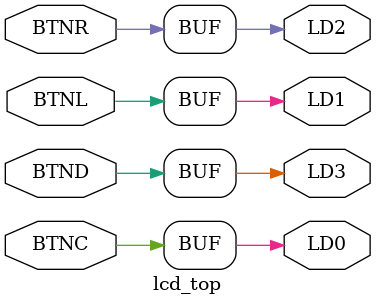
<source format=v>
module lcd_top(BTNC,			   
			   BTNR,			   
			   BTND,			   
			   BTNL,			   
			   LD0,
			   LD1,
			   LD2,
			   LD3);
		
	/* switch C is reset, E is clear, S is resetFSM, W is nextString */
	input	   BTNC, BTNR, BTND, BTNL;	
	output	   LD0, LD1, LD2, LD3;
	
	assign LD0 = BTNC;
	assign LD1 = BTNL;
	assign LD2 = BTNR;
	assign LD3 = BTND;

endmodule
</source>
